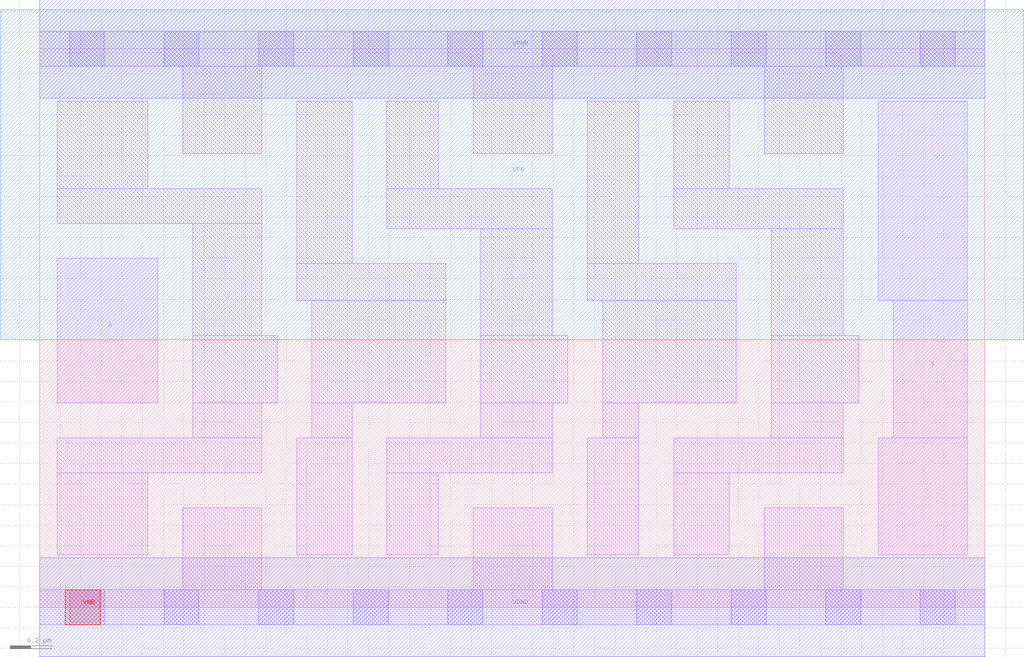
<source format=lef>
# Copyright 2020 The SkyWater PDK Authors
#
# Licensed under the Apache License, Version 2.0 (the "License");
# you may not use this file except in compliance with the License.
# You may obtain a copy of the License at
#
#     https://www.apache.org/licenses/LICENSE-2.0
#
# Unless required by applicable law or agreed to in writing, software
# distributed under the License is distributed on an "AS IS" BASIS,
# WITHOUT WARRANTIES OR CONDITIONS OF ANY KIND, either express or implied.
# See the License for the specific language governing permissions and
# limitations under the License.
#
# SPDX-License-Identifier: Apache-2.0

VERSION 5.7 ;
  NOWIREEXTENSIONATPIN ON ;
  DIVIDERCHAR "/" ;
  BUSBITCHARS "[]" ;
MACRO sky130_fd_sc_hd__dlymetal6s6s_1
  CLASS CORE ;
  FOREIGN sky130_fd_sc_hd__dlymetal6s6s_1 ;
  ORIGIN  0.000000  0.000000 ;
  SIZE  4.600000 BY  2.720000 ;
  SYMMETRY X Y R90 ;
  SITE unithd ;
  PIN A
    ANTENNAGATEAREA  0.126000 ;
    DIRECTION INPUT ;
    USE SIGNAL ;
    PORT
      LAYER li1 ;
        RECT 0.085000 0.995000 0.575000 1.700000 ;
    END
  END A
  PIN VNB
    PORT
      LAYER pwell ;
        RECT 0.125000 -0.085000 0.295000 0.085000 ;
    END
  END VNB
  PIN VPB
    PORT
      LAYER nwell ;
        RECT -0.190000 1.305000 4.790000 2.910000 ;
    END
  END VPB
  PIN X
    ANTENNADIFFAREA  0.429000 ;
    DIRECTION OUTPUT ;
    USE SIGNAL ;
    PORT
      LAYER li1 ;
        RECT 4.080000 0.255000 4.515000 0.825000 ;
        RECT 4.080000 1.495000 4.515000 2.465000 ;
        RECT 4.155000 0.825000 4.515000 1.495000 ;
    END
  END X
  PIN VGND
    DIRECTION INOUT ;
    SHAPE ABUTMENT ;
    USE GROUND ;
    PORT
      LAYER met1 ;
        RECT 0.000000 -0.240000 4.600000 0.240000 ;
    END
  END VGND
  PIN VPWR
    DIRECTION INOUT ;
    SHAPE ABUTMENT ;
    USE POWER ;
    PORT
      LAYER met1 ;
        RECT 0.000000 2.480000 4.600000 2.960000 ;
    END
  END VPWR
  OBS
    LAYER li1 ;
      RECT 0.000000 -0.085000 4.600000 0.085000 ;
      RECT 0.000000  2.635000 4.600000 2.805000 ;
      RECT 0.085000  0.255000 0.525000 0.655000 ;
      RECT 0.085000  0.655000 1.080000 0.825000 ;
      RECT 0.085000  1.870000 1.080000 2.040000 ;
      RECT 0.085000  2.040000 0.525000 2.465000 ;
      RECT 0.695000  0.085000 1.080000 0.485000 ;
      RECT 0.695000  2.210000 1.080000 2.635000 ;
      RECT 0.745000  0.825000 1.080000 0.995000 ;
      RECT 0.745000  0.995000 1.155000 1.325000 ;
      RECT 0.745000  1.325000 1.080000 1.870000 ;
      RECT 1.250000  0.255000 1.520000 0.825000 ;
      RECT 1.250000  1.495000 1.975000 1.675000 ;
      RECT 1.250000  1.675000 1.520000 2.465000 ;
      RECT 1.325000  0.825000 1.520000 0.995000 ;
      RECT 1.325000  0.995000 1.975000 1.495000 ;
      RECT 1.690000  0.255000 1.940000 0.655000 ;
      RECT 1.690000  0.655000 2.495000 0.825000 ;
      RECT 1.690000  1.845000 2.495000 2.040000 ;
      RECT 1.690000  2.040000 1.940000 2.465000 ;
      RECT 2.110000  0.085000 2.495000 0.485000 ;
      RECT 2.110000  2.210000 2.495000 2.635000 ;
      RECT 2.145000  0.825000 2.495000 0.995000 ;
      RECT 2.145000  0.995000 2.570000 1.325000 ;
      RECT 2.145000  1.325000 2.495000 1.845000 ;
      RECT 2.665000  0.255000 2.915000 0.825000 ;
      RECT 2.665000  1.495000 3.390000 1.675000 ;
      RECT 2.665000  1.675000 2.915000 2.465000 ;
      RECT 2.740000  0.825000 2.915000 0.995000 ;
      RECT 2.740000  0.995000 3.390000 1.495000 ;
      RECT 3.085000  0.255000 3.355000 0.655000 ;
      RECT 3.085000  0.655000 3.910000 0.825000 ;
      RECT 3.085000  1.845000 3.910000 2.040000 ;
      RECT 3.085000  2.040000 3.355000 2.465000 ;
      RECT 3.525000  0.085000 3.910000 0.485000 ;
      RECT 3.525000  2.210000 3.910000 2.635000 ;
      RECT 3.560000  0.825000 3.910000 0.995000 ;
      RECT 3.560000  0.995000 3.985000 1.325000 ;
      RECT 3.560000  1.325000 3.910000 1.845000 ;
    LAYER mcon ;
      RECT 0.145000 -0.085000 0.315000 0.085000 ;
      RECT 0.145000  2.635000 0.315000 2.805000 ;
      RECT 0.605000 -0.085000 0.775000 0.085000 ;
      RECT 0.605000  2.635000 0.775000 2.805000 ;
      RECT 1.065000 -0.085000 1.235000 0.085000 ;
      RECT 1.065000  2.635000 1.235000 2.805000 ;
      RECT 1.525000 -0.085000 1.695000 0.085000 ;
      RECT 1.525000  2.635000 1.695000 2.805000 ;
      RECT 1.985000 -0.085000 2.155000 0.085000 ;
      RECT 1.985000  2.635000 2.155000 2.805000 ;
      RECT 2.445000 -0.085000 2.615000 0.085000 ;
      RECT 2.445000  2.635000 2.615000 2.805000 ;
      RECT 2.905000 -0.085000 3.075000 0.085000 ;
      RECT 2.905000  2.635000 3.075000 2.805000 ;
      RECT 3.365000 -0.085000 3.535000 0.085000 ;
      RECT 3.365000  2.635000 3.535000 2.805000 ;
      RECT 3.825000 -0.085000 3.995000 0.085000 ;
      RECT 3.825000  2.635000 3.995000 2.805000 ;
      RECT 4.285000 -0.085000 4.455000 0.085000 ;
      RECT 4.285000  2.635000 4.455000 2.805000 ;
  END
END sky130_fd_sc_hd__dlymetal6s6s_1
END LIBRARY

</source>
